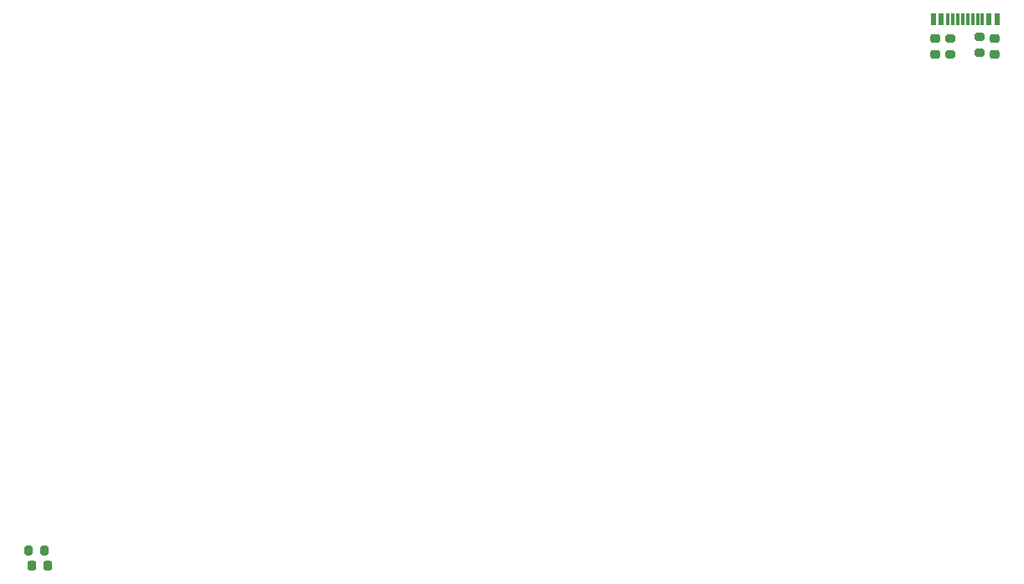
<source format=gbr>
%TF.GenerationSoftware,KiCad,Pcbnew,8.0.8*%
%TF.CreationDate,2025-04-25T11:22:14-07:00*%
%TF.ProjectId,MainBoard_BrooksP5Mini,4d61696e-426f-4617-9264-5f42726f6f6b,rev?*%
%TF.SameCoordinates,Original*%
%TF.FileFunction,Paste,Top*%
%TF.FilePolarity,Positive*%
%FSLAX46Y46*%
G04 Gerber Fmt 4.6, Leading zero omitted, Abs format (unit mm)*
G04 Created by KiCad (PCBNEW 8.0.8) date 2025-04-25 11:22:14*
%MOMM*%
%LPD*%
G01*
G04 APERTURE LIST*
G04 Aperture macros list*
%AMRoundRect*
0 Rectangle with rounded corners*
0 $1 Rounding radius*
0 $2 $3 $4 $5 $6 $7 $8 $9 X,Y pos of 4 corners*
0 Add a 4 corners polygon primitive as box body*
4,1,4,$2,$3,$4,$5,$6,$7,$8,$9,$2,$3,0*
0 Add four circle primitives for the rounded corners*
1,1,$1+$1,$2,$3*
1,1,$1+$1,$4,$5*
1,1,$1+$1,$6,$7*
1,1,$1+$1,$8,$9*
0 Add four rect primitives between the rounded corners*
20,1,$1+$1,$2,$3,$4,$5,0*
20,1,$1+$1,$4,$5,$6,$7,0*
20,1,$1+$1,$6,$7,$8,$9,0*
20,1,$1+$1,$8,$9,$2,$3,0*%
G04 Aperture macros list end*
%ADD10RoundRect,0.218750X0.256250X-0.218750X0.256250X0.218750X-0.256250X0.218750X-0.256250X-0.218750X0*%
%ADD11RoundRect,0.200000X0.275000X-0.200000X0.275000X0.200000X-0.275000X0.200000X-0.275000X-0.200000X0*%
%ADD12RoundRect,0.200000X-0.275000X0.200000X-0.275000X-0.200000X0.275000X-0.200000X0.275000X0.200000X0*%
%ADD13R,0.600000X1.150000*%
%ADD14R,0.300000X1.150000*%
%ADD15RoundRect,0.225000X0.225000X0.250000X-0.225000X0.250000X-0.225000X-0.250000X0.225000X-0.250000X0*%
%ADD16RoundRect,0.200000X0.200000X0.275000X-0.200000X0.275000X-0.200000X-0.275000X0.200000X-0.275000X0*%
G04 APERTURE END LIST*
D10*
%TO.C,D4*%
X172000000Y-27787500D03*
X172000000Y-26212500D03*
%TD*%
D11*
%TO.C,R1*%
X176500000Y-27650000D03*
X176500000Y-26000000D03*
%TD*%
D12*
%TO.C,R15*%
X173500000Y-26175000D03*
X173500000Y-27825000D03*
%TD*%
D13*
%TO.C,J3*%
X178200000Y-24255000D03*
X177400000Y-24255000D03*
D14*
X176250000Y-24255000D03*
X175250000Y-24255000D03*
X174750000Y-24255000D03*
X173750000Y-24255000D03*
D13*
X171800000Y-24255000D03*
X172600000Y-24255000D03*
D14*
X173250000Y-24255000D03*
X174250000Y-24255000D03*
X175750000Y-24255000D03*
X176750000Y-24255000D03*
%TD*%
D10*
%TO.C,D3*%
X178000000Y-27787500D03*
X178000000Y-26212500D03*
%TD*%
D15*
%TO.C,C40*%
X82275000Y-79500000D03*
X80725000Y-79500000D03*
%TD*%
D16*
%TO.C,R32*%
X82000000Y-78000000D03*
X80350000Y-78000000D03*
%TD*%
M02*

</source>
